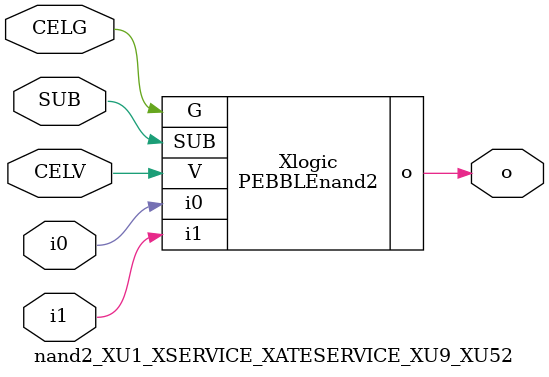
<source format=v>



module PEBBLEnand2 ( o, G, SUB, V, i0, i1 );

  input i0;
  input V;
  input i1;
  input G;
  output o;
  input SUB;
endmodule

//Celera Confidential Do Not Copy nand2_XU1_XSERVICE_XATESERVICE_XU9_XU52
//Celera Confidential Symbol Generator
//5V NAND2
module nand2_XU1_XSERVICE_XATESERVICE_XU9_XU52 (CELV,CELG,i0,i1,o,SUB);
input CELV;
input CELG;
input i0;
input i1;
input SUB;
output o;

//Celera Confidential Do Not Copy nand2
PEBBLEnand2 Xlogic(
.V (CELV),
.i0 (i0),
.i1 (i1),
.o (o),
.SUB (SUB),
.G (CELG)
);
//,diesize,PEBBLEnand2

//Celera Confidential Do Not Copy Module End
//Celera Schematic Generator
endmodule

</source>
